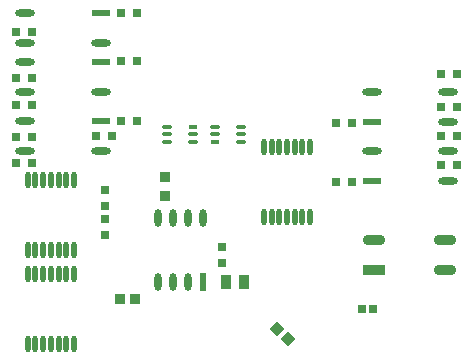
<source format=gbp>
G04*
G04 #@! TF.GenerationSoftware,Altium Limited,Altium Designer,21.5.1 (32)*
G04*
G04 Layer_Color=128*
%FSLAX44Y44*%
%MOMM*%
G71*
G04*
G04 #@! TF.SameCoordinates,1A9D99B6-757D-47D3-AC02-DEC98ADE21AD*
G04*
G04*
G04 #@! TF.FilePolarity,Positive*
G04*
G01*
G75*
%ADD18R,0.9000X0.9500*%
%ADD43O,0.4500X1.4000*%
%ADD44R,0.7500X0.8000*%
%ADD45R,0.7200X0.7200*%
%ADD46P,1.2021X4X270.0*%
%ADD47O,0.8000X0.4000*%
%ADD48R,0.8000X0.4000*%
%ADD49R,0.8000X0.7500*%
%ADD50R,0.9500X1.2500*%
%ADD51R,0.8500X0.8500*%
%ADD52O,0.6000X1.5000*%
%ADD53R,0.6000X1.5000*%
%ADD54R,1.9000X0.9000*%
%ADD55O,1.9000X0.9000*%
%ADD56O,1.6500X0.6000*%
%ADD57R,1.6500X0.6000*%
D18*
X167000Y141250D02*
D03*
Y156750D02*
D03*
D43*
X50500Y154500D02*
D03*
X57000D02*
D03*
X63500D02*
D03*
X70000D02*
D03*
X76500D02*
D03*
X83000D02*
D03*
X89500D02*
D03*
X50500Y95500D02*
D03*
X57000Y95500D02*
D03*
X63500Y95500D02*
D03*
X70000Y95500D02*
D03*
X76500Y95500D02*
D03*
X83000Y95500D02*
D03*
X89500Y95500D02*
D03*
X289500Y123500D02*
D03*
X283000D02*
D03*
X276500D02*
D03*
X270000D02*
D03*
X263500D02*
D03*
X257000D02*
D03*
X250500D02*
D03*
X289500Y182500D02*
D03*
X283000D02*
D03*
X276500D02*
D03*
X270000D02*
D03*
X263500D02*
D03*
X257000D02*
D03*
X250500D02*
D03*
X89500Y15500D02*
D03*
X83000D02*
D03*
X76500D02*
D03*
X70000D02*
D03*
X63500D02*
D03*
X57000D02*
D03*
X50500D02*
D03*
X89500Y74500D02*
D03*
X83000D02*
D03*
X76500D02*
D03*
X70000D02*
D03*
X63500D02*
D03*
X57000D02*
D03*
X50500D02*
D03*
D44*
X413750Y167000D02*
D03*
X400250D02*
D03*
Y192000D02*
D03*
X413750D02*
D03*
Y216000D02*
D03*
X400250D02*
D03*
Y244000D02*
D03*
X413750D02*
D03*
X121750Y192000D02*
D03*
X108250D02*
D03*
X53750Y191000D02*
D03*
X40250D02*
D03*
X53750Y241000D02*
D03*
X40250D02*
D03*
Y169000D02*
D03*
X53750D02*
D03*
X40250Y218000D02*
D03*
X53750D02*
D03*
X40250Y280000D02*
D03*
X53750D02*
D03*
X142750Y204000D02*
D03*
X129250D02*
D03*
X311250Y153000D02*
D03*
X324750D02*
D03*
X142750Y296000D02*
D03*
X129250D02*
D03*
X142750Y255000D02*
D03*
X129250D02*
D03*
X311250Y203000D02*
D03*
X324750D02*
D03*
D45*
X342500Y45000D02*
D03*
X333500D02*
D03*
D46*
X270419Y19581D02*
D03*
X261581Y28419D02*
D03*
D47*
X231000Y199500D02*
D03*
X231000Y193000D02*
D03*
X231000Y186500D02*
D03*
X209000Y199500D02*
D03*
X209000Y193000D02*
D03*
X168000Y186500D02*
D03*
Y193000D02*
D03*
Y199500D02*
D03*
X190000Y186500D02*
D03*
Y193000D02*
D03*
D48*
X209000Y186500D02*
D03*
X190000Y199500D02*
D03*
D49*
X116000Y145750D02*
D03*
Y132250D02*
D03*
Y121750D02*
D03*
Y108250D02*
D03*
X215000Y84250D02*
D03*
Y97750D02*
D03*
D50*
X233750Y68000D02*
D03*
X218250D02*
D03*
D51*
X141250Y54000D02*
D03*
X128750D02*
D03*
D52*
X160950Y122000D02*
D03*
X173650D02*
D03*
X186350D02*
D03*
X199050D02*
D03*
X160950Y68000D02*
D03*
X173650D02*
D03*
X186350D02*
D03*
D53*
X199050D02*
D03*
D54*
X344000Y78500D02*
D03*
D55*
Y103500D02*
D03*
X404000Y78500D02*
D03*
Y103500D02*
D03*
D56*
X47750Y270300D02*
D03*
Y295700D02*
D03*
X112250Y270300D02*
D03*
X406250Y178700D02*
D03*
Y153300D02*
D03*
X341750Y178700D02*
D03*
X47750Y179300D02*
D03*
Y204700D02*
D03*
X112250Y179300D02*
D03*
X47750Y229300D02*
D03*
Y254700D02*
D03*
X112250Y229300D02*
D03*
X406250Y228700D02*
D03*
Y203300D02*
D03*
X341750Y228700D02*
D03*
D57*
X112250Y295700D02*
D03*
X341750Y153300D02*
D03*
X112250Y204700D02*
D03*
Y254700D02*
D03*
X341750Y203300D02*
D03*
M02*

</source>
